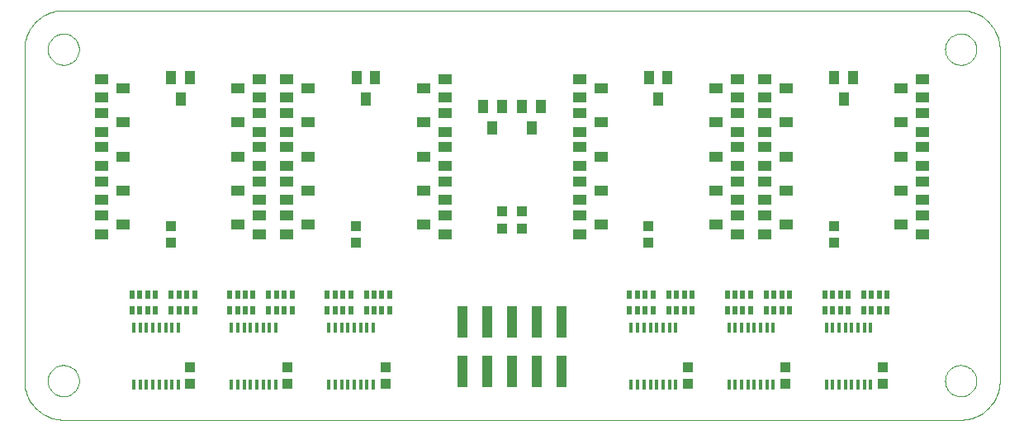
<source format=gtp>
G75*
G70*
%OFA0B0*%
%FSLAX24Y24*%
%IPPOS*%
%LPD*%
%AMOC8*
5,1,8,0,0,1.08239X$1,22.5*
%
%ADD10C,0.0000*%
%ADD11R,0.0394X0.0551*%
%ADD12R,0.0551X0.0394*%
%ADD13R,0.0197X0.0354*%
%ADD14R,0.0433X0.0394*%
%ADD15R,0.0394X0.0433*%
%ADD16R,0.0120X0.0390*%
%ADD17R,0.0400X0.1300*%
D10*
X001755Y000180D02*
X037975Y000180D01*
X037345Y001755D02*
X037347Y001805D01*
X037353Y001855D01*
X037363Y001904D01*
X037377Y001952D01*
X037394Y001999D01*
X037415Y002044D01*
X037440Y002088D01*
X037468Y002129D01*
X037500Y002168D01*
X037534Y002205D01*
X037571Y002239D01*
X037611Y002269D01*
X037653Y002296D01*
X037697Y002320D01*
X037743Y002341D01*
X037790Y002357D01*
X037838Y002370D01*
X037888Y002379D01*
X037937Y002384D01*
X037988Y002385D01*
X038038Y002382D01*
X038087Y002375D01*
X038136Y002364D01*
X038184Y002349D01*
X038230Y002331D01*
X038275Y002309D01*
X038318Y002283D01*
X038359Y002254D01*
X038398Y002222D01*
X038434Y002187D01*
X038466Y002149D01*
X038496Y002109D01*
X038523Y002066D01*
X038546Y002022D01*
X038565Y001976D01*
X038581Y001928D01*
X038593Y001879D01*
X038601Y001830D01*
X038605Y001780D01*
X038605Y001730D01*
X038601Y001680D01*
X038593Y001631D01*
X038581Y001582D01*
X038565Y001534D01*
X038546Y001488D01*
X038523Y001444D01*
X038496Y001401D01*
X038466Y001361D01*
X038434Y001323D01*
X038398Y001288D01*
X038359Y001256D01*
X038318Y001227D01*
X038275Y001201D01*
X038230Y001179D01*
X038184Y001161D01*
X038136Y001146D01*
X038087Y001135D01*
X038038Y001128D01*
X037988Y001125D01*
X037937Y001126D01*
X037888Y001131D01*
X037838Y001140D01*
X037790Y001153D01*
X037743Y001169D01*
X037697Y001190D01*
X037653Y001214D01*
X037611Y001241D01*
X037571Y001271D01*
X037534Y001305D01*
X037500Y001342D01*
X037468Y001381D01*
X037440Y001422D01*
X037415Y001466D01*
X037394Y001511D01*
X037377Y001558D01*
X037363Y001606D01*
X037353Y001655D01*
X037347Y001705D01*
X037345Y001755D01*
X037975Y000180D02*
X038052Y000182D01*
X038129Y000188D01*
X038206Y000197D01*
X038282Y000210D01*
X038358Y000227D01*
X038432Y000248D01*
X038506Y000272D01*
X038578Y000300D01*
X038648Y000331D01*
X038717Y000366D01*
X038785Y000404D01*
X038850Y000445D01*
X038913Y000490D01*
X038974Y000538D01*
X039033Y000588D01*
X039089Y000641D01*
X039142Y000697D01*
X039192Y000756D01*
X039240Y000817D01*
X039285Y000880D01*
X039326Y000945D01*
X039364Y001013D01*
X039399Y001082D01*
X039430Y001152D01*
X039458Y001224D01*
X039482Y001298D01*
X039503Y001372D01*
X039520Y001448D01*
X039533Y001524D01*
X039542Y001601D01*
X039548Y001678D01*
X039550Y001755D01*
X039550Y015141D01*
X037345Y015141D02*
X037347Y015191D01*
X037353Y015241D01*
X037363Y015290D01*
X037377Y015338D01*
X037394Y015385D01*
X037415Y015430D01*
X037440Y015474D01*
X037468Y015515D01*
X037500Y015554D01*
X037534Y015591D01*
X037571Y015625D01*
X037611Y015655D01*
X037653Y015682D01*
X037697Y015706D01*
X037743Y015727D01*
X037790Y015743D01*
X037838Y015756D01*
X037888Y015765D01*
X037937Y015770D01*
X037988Y015771D01*
X038038Y015768D01*
X038087Y015761D01*
X038136Y015750D01*
X038184Y015735D01*
X038230Y015717D01*
X038275Y015695D01*
X038318Y015669D01*
X038359Y015640D01*
X038398Y015608D01*
X038434Y015573D01*
X038466Y015535D01*
X038496Y015495D01*
X038523Y015452D01*
X038546Y015408D01*
X038565Y015362D01*
X038581Y015314D01*
X038593Y015265D01*
X038601Y015216D01*
X038605Y015166D01*
X038605Y015116D01*
X038601Y015066D01*
X038593Y015017D01*
X038581Y014968D01*
X038565Y014920D01*
X038546Y014874D01*
X038523Y014830D01*
X038496Y014787D01*
X038466Y014747D01*
X038434Y014709D01*
X038398Y014674D01*
X038359Y014642D01*
X038318Y014613D01*
X038275Y014587D01*
X038230Y014565D01*
X038184Y014547D01*
X038136Y014532D01*
X038087Y014521D01*
X038038Y014514D01*
X037988Y014511D01*
X037937Y014512D01*
X037888Y014517D01*
X037838Y014526D01*
X037790Y014539D01*
X037743Y014555D01*
X037697Y014576D01*
X037653Y014600D01*
X037611Y014627D01*
X037571Y014657D01*
X037534Y014691D01*
X037500Y014728D01*
X037468Y014767D01*
X037440Y014808D01*
X037415Y014852D01*
X037394Y014897D01*
X037377Y014944D01*
X037363Y014992D01*
X037353Y015041D01*
X037347Y015091D01*
X037345Y015141D01*
X037975Y016716D02*
X038052Y016714D01*
X038129Y016708D01*
X038206Y016699D01*
X038282Y016686D01*
X038358Y016669D01*
X038432Y016648D01*
X038506Y016624D01*
X038578Y016596D01*
X038648Y016565D01*
X038717Y016530D01*
X038785Y016492D01*
X038850Y016451D01*
X038913Y016406D01*
X038974Y016358D01*
X039033Y016308D01*
X039089Y016255D01*
X039142Y016199D01*
X039192Y016140D01*
X039240Y016079D01*
X039285Y016016D01*
X039326Y015951D01*
X039364Y015883D01*
X039399Y015814D01*
X039430Y015744D01*
X039458Y015672D01*
X039482Y015598D01*
X039503Y015524D01*
X039520Y015448D01*
X039533Y015372D01*
X039542Y015295D01*
X039548Y015218D01*
X039550Y015141D01*
X037975Y016715D02*
X001755Y016715D01*
X001125Y015141D02*
X001127Y015191D01*
X001133Y015241D01*
X001143Y015290D01*
X001157Y015338D01*
X001174Y015385D01*
X001195Y015430D01*
X001220Y015474D01*
X001248Y015515D01*
X001280Y015554D01*
X001314Y015591D01*
X001351Y015625D01*
X001391Y015655D01*
X001433Y015682D01*
X001477Y015706D01*
X001523Y015727D01*
X001570Y015743D01*
X001618Y015756D01*
X001668Y015765D01*
X001717Y015770D01*
X001768Y015771D01*
X001818Y015768D01*
X001867Y015761D01*
X001916Y015750D01*
X001964Y015735D01*
X002010Y015717D01*
X002055Y015695D01*
X002098Y015669D01*
X002139Y015640D01*
X002178Y015608D01*
X002214Y015573D01*
X002246Y015535D01*
X002276Y015495D01*
X002303Y015452D01*
X002326Y015408D01*
X002345Y015362D01*
X002361Y015314D01*
X002373Y015265D01*
X002381Y015216D01*
X002385Y015166D01*
X002385Y015116D01*
X002381Y015066D01*
X002373Y015017D01*
X002361Y014968D01*
X002345Y014920D01*
X002326Y014874D01*
X002303Y014830D01*
X002276Y014787D01*
X002246Y014747D01*
X002214Y014709D01*
X002178Y014674D01*
X002139Y014642D01*
X002098Y014613D01*
X002055Y014587D01*
X002010Y014565D01*
X001964Y014547D01*
X001916Y014532D01*
X001867Y014521D01*
X001818Y014514D01*
X001768Y014511D01*
X001717Y014512D01*
X001668Y014517D01*
X001618Y014526D01*
X001570Y014539D01*
X001523Y014555D01*
X001477Y014576D01*
X001433Y014600D01*
X001391Y014627D01*
X001351Y014657D01*
X001314Y014691D01*
X001280Y014728D01*
X001248Y014767D01*
X001220Y014808D01*
X001195Y014852D01*
X001174Y014897D01*
X001157Y014944D01*
X001143Y014992D01*
X001133Y015041D01*
X001127Y015091D01*
X001125Y015141D01*
X000180Y015141D02*
X000182Y015218D01*
X000188Y015295D01*
X000197Y015372D01*
X000210Y015448D01*
X000227Y015524D01*
X000248Y015598D01*
X000272Y015672D01*
X000300Y015744D01*
X000331Y015814D01*
X000366Y015883D01*
X000404Y015951D01*
X000445Y016016D01*
X000490Y016079D01*
X000538Y016140D01*
X000588Y016199D01*
X000641Y016255D01*
X000697Y016308D01*
X000756Y016358D01*
X000817Y016406D01*
X000880Y016451D01*
X000945Y016492D01*
X001013Y016530D01*
X001082Y016565D01*
X001152Y016596D01*
X001224Y016624D01*
X001298Y016648D01*
X001372Y016669D01*
X001448Y016686D01*
X001524Y016699D01*
X001601Y016708D01*
X001678Y016714D01*
X001755Y016716D01*
X000180Y015141D02*
X000180Y001755D01*
X001125Y001755D02*
X001127Y001805D01*
X001133Y001855D01*
X001143Y001904D01*
X001157Y001952D01*
X001174Y001999D01*
X001195Y002044D01*
X001220Y002088D01*
X001248Y002129D01*
X001280Y002168D01*
X001314Y002205D01*
X001351Y002239D01*
X001391Y002269D01*
X001433Y002296D01*
X001477Y002320D01*
X001523Y002341D01*
X001570Y002357D01*
X001618Y002370D01*
X001668Y002379D01*
X001717Y002384D01*
X001768Y002385D01*
X001818Y002382D01*
X001867Y002375D01*
X001916Y002364D01*
X001964Y002349D01*
X002010Y002331D01*
X002055Y002309D01*
X002098Y002283D01*
X002139Y002254D01*
X002178Y002222D01*
X002214Y002187D01*
X002246Y002149D01*
X002276Y002109D01*
X002303Y002066D01*
X002326Y002022D01*
X002345Y001976D01*
X002361Y001928D01*
X002373Y001879D01*
X002381Y001830D01*
X002385Y001780D01*
X002385Y001730D01*
X002381Y001680D01*
X002373Y001631D01*
X002361Y001582D01*
X002345Y001534D01*
X002326Y001488D01*
X002303Y001444D01*
X002276Y001401D01*
X002246Y001361D01*
X002214Y001323D01*
X002178Y001288D01*
X002139Y001256D01*
X002098Y001227D01*
X002055Y001201D01*
X002010Y001179D01*
X001964Y001161D01*
X001916Y001146D01*
X001867Y001135D01*
X001818Y001128D01*
X001768Y001125D01*
X001717Y001126D01*
X001668Y001131D01*
X001618Y001140D01*
X001570Y001153D01*
X001523Y001169D01*
X001477Y001190D01*
X001433Y001214D01*
X001391Y001241D01*
X001351Y001271D01*
X001314Y001305D01*
X001280Y001342D01*
X001248Y001381D01*
X001220Y001422D01*
X001195Y001466D01*
X001174Y001511D01*
X001157Y001558D01*
X001143Y001606D01*
X001133Y001655D01*
X001127Y001705D01*
X001125Y001755D01*
X000180Y001755D02*
X000182Y001678D01*
X000188Y001601D01*
X000197Y001524D01*
X000210Y001448D01*
X000227Y001372D01*
X000248Y001298D01*
X000272Y001224D01*
X000300Y001152D01*
X000331Y001082D01*
X000366Y001013D01*
X000404Y000945D01*
X000445Y000880D01*
X000490Y000817D01*
X000538Y000756D01*
X000588Y000697D01*
X000641Y000641D01*
X000697Y000588D01*
X000756Y000538D01*
X000817Y000490D01*
X000880Y000445D01*
X000945Y000404D01*
X001013Y000366D01*
X001082Y000331D01*
X001152Y000300D01*
X001224Y000272D01*
X001298Y000248D01*
X001372Y000227D01*
X001448Y000210D01*
X001524Y000197D01*
X001601Y000188D01*
X001678Y000182D01*
X001755Y000180D01*
D11*
X019078Y011952D03*
X020652Y011952D03*
X020278Y012818D03*
X021026Y012818D03*
X019452Y012818D03*
X018704Y012818D03*
X014334Y013999D03*
X013586Y013999D03*
X013960Y013133D03*
X006853Y013999D03*
X006105Y013999D03*
X006479Y013133D03*
X025397Y013999D03*
X026145Y013999D03*
X025771Y013133D03*
X032877Y013999D03*
X033625Y013999D03*
X033251Y013133D03*
D12*
X035574Y013566D03*
X036440Y013940D03*
X036440Y013192D03*
X036440Y012562D03*
X035574Y012188D03*
X036440Y011814D03*
X036440Y011184D03*
X035574Y010810D03*
X036440Y010436D03*
X036440Y009806D03*
X035574Y009432D03*
X036440Y009058D03*
X036440Y008428D03*
X035574Y008054D03*
X036440Y007680D03*
X030928Y008054D03*
X030062Y007680D03*
X028960Y007680D03*
X028093Y008054D03*
X028960Y008428D03*
X030062Y008428D03*
X030062Y009058D03*
X030928Y009432D03*
X030062Y009806D03*
X030062Y010436D03*
X030928Y010810D03*
X030062Y011184D03*
X030062Y011814D03*
X030928Y012188D03*
X030062Y012562D03*
X028960Y012562D03*
X028093Y012188D03*
X028960Y011814D03*
X028960Y011184D03*
X028093Y010810D03*
X028960Y010436D03*
X028960Y009806D03*
X028093Y009432D03*
X028960Y009058D03*
X023448Y009432D03*
X022582Y009806D03*
X022582Y010436D03*
X023448Y010810D03*
X022582Y011184D03*
X022582Y011814D03*
X023448Y012188D03*
X022582Y012562D03*
X022582Y013192D03*
X023448Y013566D03*
X022582Y013940D03*
X017149Y013940D03*
X016282Y013566D03*
X017149Y013192D03*
X017149Y012562D03*
X016282Y012188D03*
X017149Y011814D03*
X017149Y011184D03*
X016282Y010810D03*
X017149Y010436D03*
X017149Y009806D03*
X016282Y009432D03*
X017149Y009058D03*
X017149Y008428D03*
X016282Y008054D03*
X017149Y007680D03*
X022582Y007680D03*
X023448Y008054D03*
X022582Y008428D03*
X022582Y009058D03*
X028960Y013192D03*
X028093Y013566D03*
X028960Y013940D03*
X030062Y013940D03*
X030928Y013566D03*
X030062Y013192D03*
X011637Y013566D03*
X010771Y013940D03*
X009668Y013940D03*
X008802Y013566D03*
X009668Y013192D03*
X010771Y013192D03*
X010771Y012562D03*
X011637Y012188D03*
X010771Y011814D03*
X010771Y011184D03*
X011637Y010810D03*
X010771Y010436D03*
X010771Y009806D03*
X011637Y009432D03*
X010771Y009058D03*
X009668Y009058D03*
X008802Y009432D03*
X009668Y009806D03*
X009668Y010436D03*
X008802Y010810D03*
X009668Y011184D03*
X009668Y011814D03*
X008802Y012188D03*
X009668Y012562D03*
X004156Y012188D03*
X003290Y012562D03*
X003290Y013192D03*
X004156Y013566D03*
X003290Y013940D03*
X003290Y011814D03*
X003290Y011184D03*
X004156Y010810D03*
X003290Y010436D03*
X003290Y009806D03*
X004156Y009432D03*
X003290Y009058D03*
X003290Y008428D03*
X004156Y008054D03*
X003290Y007680D03*
X008802Y008054D03*
X009668Y007680D03*
X010771Y007680D03*
X011637Y008054D03*
X010771Y008428D03*
X009668Y008428D03*
D13*
X009412Y005219D03*
X009097Y005219D03*
X008782Y005219D03*
X008467Y005219D03*
X008467Y004589D03*
X008782Y004589D03*
X009097Y004589D03*
X009412Y004589D03*
X010042Y004589D03*
X010357Y004589D03*
X010672Y004589D03*
X010987Y004589D03*
X010987Y005219D03*
X010672Y005219D03*
X010357Y005219D03*
X010042Y005219D03*
X012404Y005219D03*
X012719Y005219D03*
X013034Y005219D03*
X013349Y005219D03*
X013979Y005219D03*
X014294Y005219D03*
X014609Y005219D03*
X014924Y005219D03*
X014924Y004589D03*
X014609Y004589D03*
X014294Y004589D03*
X013979Y004589D03*
X013349Y004589D03*
X013034Y004589D03*
X012719Y004589D03*
X012404Y004589D03*
X007050Y004589D03*
X006735Y004589D03*
X006420Y004589D03*
X006105Y004589D03*
X005475Y004589D03*
X005160Y004589D03*
X004845Y004589D03*
X004530Y004589D03*
X004530Y005219D03*
X004845Y005219D03*
X005160Y005219D03*
X005475Y005219D03*
X006105Y005219D03*
X006420Y005219D03*
X006735Y005219D03*
X007050Y005219D03*
X024609Y005219D03*
X024924Y005219D03*
X025239Y005219D03*
X025554Y005219D03*
X026184Y005219D03*
X026499Y005219D03*
X026814Y005219D03*
X027129Y005219D03*
X027129Y004589D03*
X026814Y004589D03*
X026499Y004589D03*
X026184Y004589D03*
X025554Y004589D03*
X025239Y004589D03*
X024924Y004589D03*
X024609Y004589D03*
X028546Y004589D03*
X028861Y004589D03*
X029176Y004589D03*
X029491Y004589D03*
X030121Y004589D03*
X030436Y004589D03*
X030751Y004589D03*
X031066Y004589D03*
X031066Y005219D03*
X030751Y005219D03*
X030436Y005219D03*
X030121Y005219D03*
X029491Y005219D03*
X029176Y005219D03*
X028861Y005219D03*
X028546Y005219D03*
X032483Y005219D03*
X032798Y005219D03*
X033113Y005219D03*
X033428Y005219D03*
X034058Y005219D03*
X034373Y005219D03*
X034688Y005219D03*
X035003Y005219D03*
X035003Y004589D03*
X034688Y004589D03*
X034373Y004589D03*
X034058Y004589D03*
X033428Y004589D03*
X033113Y004589D03*
X032798Y004589D03*
X032483Y004589D03*
D14*
X032857Y007326D03*
X032857Y007995D03*
X025377Y007995D03*
X025377Y007326D03*
X020259Y007916D03*
X019471Y007916D03*
X019471Y008586D03*
X020259Y008586D03*
X013566Y007995D03*
X013566Y007326D03*
X006086Y007326D03*
X006086Y007995D03*
D15*
X006873Y002286D03*
X006873Y001617D03*
X010810Y001617D03*
X010810Y002286D03*
X014747Y002286D03*
X014747Y001617D03*
X026952Y001617D03*
X026952Y002286D03*
X030889Y002286D03*
X030889Y001617D03*
X034826Y001617D03*
X034826Y002286D03*
D16*
X034343Y001590D03*
X034087Y001590D03*
X033832Y001590D03*
X033576Y001590D03*
X033320Y001590D03*
X033064Y001590D03*
X032808Y001590D03*
X032552Y001590D03*
X030406Y001590D03*
X030150Y001590D03*
X029895Y001590D03*
X029639Y001590D03*
X029383Y001590D03*
X029127Y001590D03*
X028871Y001590D03*
X028615Y001590D03*
X026469Y001590D03*
X026213Y001590D03*
X025958Y001590D03*
X025702Y001590D03*
X025446Y001590D03*
X025190Y001590D03*
X024934Y001590D03*
X024678Y001590D03*
X024678Y003888D03*
X024934Y003888D03*
X025190Y003888D03*
X025446Y003888D03*
X025702Y003888D03*
X025958Y003888D03*
X026213Y003888D03*
X026469Y003888D03*
X028615Y003888D03*
X028871Y003888D03*
X029127Y003888D03*
X029383Y003888D03*
X029639Y003888D03*
X029895Y003888D03*
X030150Y003888D03*
X030406Y003888D03*
X032552Y003888D03*
X032808Y003888D03*
X033064Y003888D03*
X033320Y003888D03*
X033576Y003888D03*
X033832Y003888D03*
X034087Y003888D03*
X034343Y003888D03*
X014265Y003888D03*
X014009Y003888D03*
X013753Y003888D03*
X013497Y003888D03*
X013241Y003888D03*
X012985Y003888D03*
X012729Y003888D03*
X012473Y003888D03*
X010328Y003888D03*
X010072Y003888D03*
X009816Y003888D03*
X009560Y003888D03*
X009304Y003888D03*
X009048Y003888D03*
X008792Y003888D03*
X008536Y003888D03*
X006391Y003888D03*
X006135Y003888D03*
X005879Y003888D03*
X005623Y003888D03*
X005367Y003888D03*
X005111Y003888D03*
X004855Y003888D03*
X004599Y003888D03*
X004599Y001590D03*
X004855Y001590D03*
X005111Y001590D03*
X005367Y001590D03*
X005623Y001590D03*
X005879Y001590D03*
X006135Y001590D03*
X006391Y001590D03*
X008536Y001590D03*
X008792Y001590D03*
X009048Y001590D03*
X009304Y001590D03*
X009560Y001590D03*
X009816Y001590D03*
X010072Y001590D03*
X010328Y001590D03*
X012473Y001590D03*
X012729Y001590D03*
X012985Y001590D03*
X013241Y001590D03*
X013497Y001590D03*
X013753Y001590D03*
X014009Y001590D03*
X014265Y001590D03*
D17*
X017861Y002141D03*
X018861Y002141D03*
X019861Y002141D03*
X020861Y002141D03*
X021861Y002141D03*
X021861Y004141D03*
X020861Y004141D03*
X019861Y004141D03*
X018861Y004141D03*
X017861Y004141D03*
M02*

</source>
